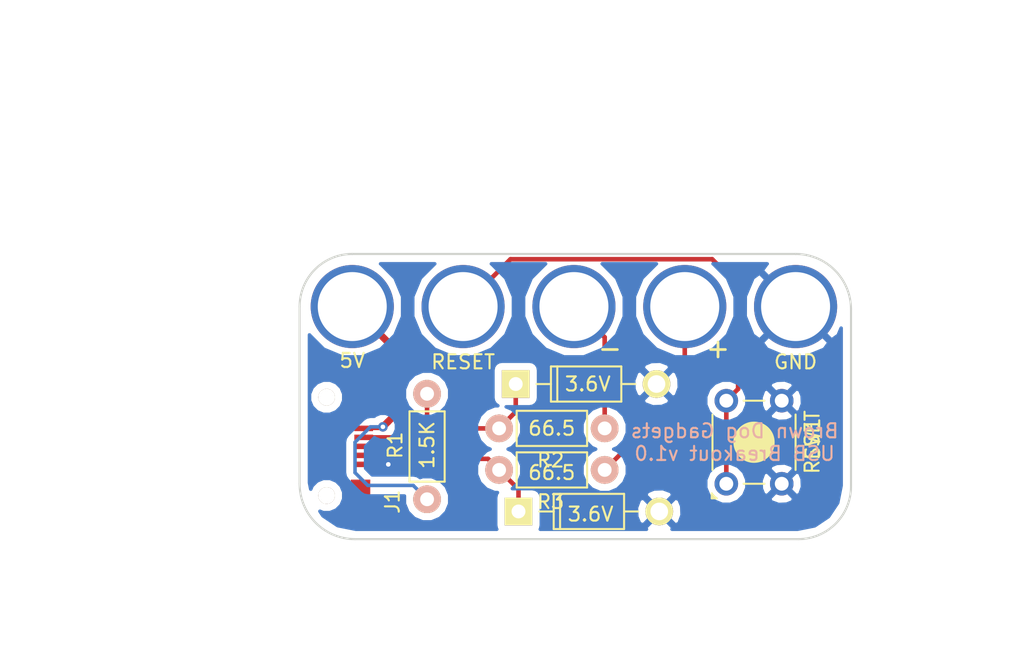
<source format=kicad_pcb>
(kicad_pcb (version 4) (host pcbnew 4.0.4+e1-6308~48~ubuntu14.04.1-stable)

  (general
    (links 16)
    (no_connects 0)
    (area 104.572999 74.854999 178.510001 123.265001)
    (thickness 1.6)
    (drawings 47)
    (tracks 37)
    (zones 0)
    (modules 12)
    (nets 8)
  )

  (page USLetter)
  (title_block
    (company "All Rights Reserved")
    (comment 1 help@browndoggadgets.com)
    (comment 2 http://www.browndoggadgets.com/)
    (comment 3 "Company: Brown Dog Gadgets")
  )

  (layers
    (0 F.Cu signal)
    (31 B.Cu signal)
    (34 B.Paste user)
    (35 F.Paste user)
    (36 B.SilkS user)
    (37 F.SilkS user)
    (38 B.Mask user)
    (39 F.Mask user)
    (44 Edge.Cuts user)
    (46 B.CrtYd user)
    (47 F.CrtYd user)
    (48 B.Fab user)
    (49 F.Fab user)
  )

  (setup
    (last_trace_width 0.254)
    (user_trace_width 0.1524)
    (user_trace_width 0.254)
    (user_trace_width 0.3302)
    (user_trace_width 0.508)
    (user_trace_width 0.762)
    (user_trace_width 1.27)
    (trace_clearance 0.254)
    (zone_clearance 0.508)
    (zone_45_only no)
    (trace_min 0.1524)
    (segment_width 0.1524)
    (edge_width 0.1524)
    (via_size 0.6858)
    (via_drill 0.3302)
    (via_min_size 0.6858)
    (via_min_drill 0.3302)
    (user_via 0.6858 0.3302)
    (user_via 0.762 0.4064)
    (user_via 0.8636 0.508)
    (uvia_size 0.6858)
    (uvia_drill 0.3302)
    (uvias_allowed no)
    (uvia_min_size 0)
    (uvia_min_drill 0)
    (pcb_text_width 0.1524)
    (pcb_text_size 1.016 1.016)
    (mod_edge_width 0.1524)
    (mod_text_size 1.016 1.016)
    (mod_text_width 0.1524)
    (pad_size 1.524 1.524)
    (pad_drill 0.762)
    (pad_to_mask_clearance 0.0762)
    (solder_mask_min_width 0.1016)
    (pad_to_paste_clearance -0.0762)
    (aux_axis_origin 0 0)
    (grid_origin 130 97)
    (visible_elements FFFEDF7D)
    (pcbplotparams
      (layerselection 0x310fc_80000001)
      (usegerberextensions true)
      (excludeedgelayer true)
      (linewidth 0.100000)
      (plotframeref false)
      (viasonmask false)
      (mode 1)
      (useauxorigin false)
      (hpglpennumber 1)
      (hpglpenspeed 20)
      (hpglpendiameter 15)
      (hpglpenoverlay 2)
      (psnegative false)
      (psa4output false)
      (plotreference true)
      (plotvalue true)
      (plotinvisibletext false)
      (padsonsilk false)
      (subtractmaskfromsilk false)
      (outputformat 1)
      (mirror false)
      (drillshape 0)
      (scaleselection 1)
      (outputdirectory gerbers))
  )

  (net 0 "")
  (net 1 GND)
  (net 2 "Net-(D1-Pad1)")
  (net 3 "Net-(D2-Pad1)")
  (net 4 VUSB)
  (net 5 /DM)
  (net 6 /DP)
  (net 7 /RESET)

  (net_class Default "This is the default net class."
    (clearance 0.254)
    (trace_width 0.254)
    (via_dia 0.6858)
    (via_drill 0.3302)
    (uvia_dia 0.6858)
    (uvia_drill 0.3302)
    (add_net /DM)
    (add_net /DP)
    (add_net /RESET)
    (add_net GND)
    (add_net "Net-(D1-Pad1)")
    (add_net "Net-(D2-Pad1)")
    (add_net VUSB)
  )

  (module Rewire_NonLego:CONN-USB-MICRO-B-AMPHENOL-10118193-0001LF (layer F.Cu) (tedit 581569FC) (tstamp 58332E83)
    (at 128.15 107.1 270)
    (descr "Micro USB Type B 10103594-0001LF")
    (tags "USB USB_B USB_micro USB_OTG")
    (path /58331EEE)
    (attr smd)
    (fp_text reference J1 (at 0 -1.25 270) (layer F.Fab)
      (effects (font (size 2.032 2.032) (thickness 0.254)))
    )
    (fp_text value USB-MICRO (at -0.25 0.25 270) (layer F.Fab) hide
      (effects (font (size 1 1) (thickness 0.15)))
    )
    (fp_text user %R (at 4 -4.75 270) (layer F.SilkS)
      (effects (font (size 1 1) (thickness 0.15)))
    )
    (fp_line (start -5 1.5) (end -5 -3.75) (layer F.Fab) (width 0.05))
    (fp_line (start 5 1.5) (end -5 1.5) (layer F.Fab) (width 0.05))
    (fp_line (start 5 -3.75) (end 5 1.5) (layer F.Fab) (width 0.05))
    (fp_line (start -5 -3.75) (end 5 -3.75) (layer F.Fab) (width 0.05))
    (fp_line (start 5.0546 1.524) (end -5.08 1.524) (layer F.CrtYd) (width 0.05))
    (fp_line (start -5.08 -3.8608) (end -5.08 1.524) (layer F.CrtYd) (width 0.05))
    (fp_line (start 5.08 -3.8608) (end 5.08 1.524) (layer F.CrtYd) (width 0.05))
    (fp_line (start 5.08 -3.8862) (end -5.0546 -3.8862) (layer F.CrtYd) (width 0.05))
    (pad 1 smd rect (at -1.3 -2.675) (size 1.35 0.4) (layers F.Cu F.Paste F.Mask)
      (net 4 VUSB))
    (pad 2 smd rect (at -0.65 -2.675) (size 1.35 0.4) (layers F.Cu F.Paste F.Mask)
      (net 2 "Net-(D1-Pad1)"))
    (pad 3 smd rect (at -0.0009 -2.675) (size 1.35 0.4) (layers F.Cu F.Paste F.Mask)
      (net 3 "Net-(D2-Pad1)"))
    (pad 4 smd rect (at 0.65 -2.675) (size 1.35 0.4) (layers F.Cu F.Paste F.Mask))
    (pad 5 smd rect (at 1.3 -2.675) (size 1.35 0.4) (layers F.Cu F.Paste F.Mask)
      (net 1 GND))
    (pad 6 smd rect (at -3.2 -2.45) (size 1.4 1.6) (layers F.Cu F.Paste F.Mask))
    (pad 6 thru_hole circle (at -3.55 0) (size 1.2 1.2) (drill 1.2) (layers *.Cu *.Mask F.SilkS))
    (pad 6 smd rect (at -1.2 0) (size 1.9 1.9) (layers F.Cu F.Paste F.Mask))
    (pad 6 smd rect (at 1.2 0) (size 1.9 1.9) (layers F.Cu F.Paste F.Mask))
    (pad 6 smd rect (at 3.2 -2.45) (size 1.4 1.6) (layers F.Cu F.Paste F.Mask))
    (pad 6 thru_hole circle (at 3.55 0) (size 1.2 1.2) (drill 1.2) (layers *.Cu *.Mask F.SilkS))
  )

  (module Rewire_NonLego:RES-CARBONFILM-7MM (layer F.Cu) (tedit 58157667) (tstamp 58332E89)
    (at 135.4 110.92 90)
    (descr "Resistor, Axial,  RM 7.62mm, 1/3W,")
    (tags "Resistor Axial RM 7.62mm 1/3W R3")
    (path /5833CD1D)
    (fp_text reference R1 (at 3.8 0 90) (layer F.Fab)
      (effects (font (size 1 1) (thickness 0.15)))
    )
    (fp_text value 1.5K (at 3.81 3.81 90) (layer F.Fab) hide
      (effects (font (size 1 1) (thickness 0.15)))
    )
    (fp_text user %R (at 3.9 -2.3 90) (layer F.SilkS)
      (effects (font (size 1 1) (thickness 0.15)))
    )
    (fp_line (start 8.9 -1.5) (end -1.3 -1.5) (layer F.Fab) (width 0.0508))
    (fp_line (start 8.9 1.5) (end 8.9 -1.5) (layer F.Fab) (width 0.0508))
    (fp_line (start 8.8 1.5) (end 8.9 1.5) (layer F.Fab) (width 0.0508))
    (fp_line (start -1.3 1.5) (end 8.8 1.5) (layer F.Fab) (width 0.0508))
    (fp_line (start -1.3 -1.5) (end -1.3 1.5) (layer F.Fab) (width 0.0508))
    (fp_line (start -1.25 -1.5) (end 8.85 -1.5) (layer F.CrtYd) (width 0.05))
    (fp_line (start -1.25 1.5) (end -1.25 -1.5) (layer F.CrtYd) (width 0.05))
    (fp_line (start 8.85 -1.5) (end 8.85 1.5) (layer F.CrtYd) (width 0.05))
    (fp_line (start -1.25 1.5) (end 8.85 1.5) (layer F.CrtYd) (width 0.05))
    (fp_line (start 1.27 -1.27) (end 6.35 -1.27) (layer F.SilkS) (width 0.15))
    (fp_line (start 6.35 -1.27) (end 6.35 1.27) (layer F.SilkS) (width 0.15))
    (fp_line (start 6.35 1.27) (end 1.27 1.27) (layer F.SilkS) (width 0.15))
    (fp_line (start 1.27 1.27) (end 1.27 -1.27) (layer F.SilkS) (width 0.15))
    (pad 1 thru_hole circle (at 0 0 90) (size 1.99898 1.99898) (drill 1.00076) (layers *.Cu *.SilkS *.Mask)
      (net 4 VUSB))
    (pad 2 thru_hole circle (at 7.62 0 90) (size 1.99898 1.99898) (drill 1.00076) (layers *.Cu *.SilkS *.Mask)
      (net 2 "Net-(D1-Pad1)"))
  )

  (module Rewire_NonLego:RES-CARBONFILM-7MM (layer F.Cu) (tedit 58157667) (tstamp 58332E8F)
    (at 148.22 105.8 180)
    (descr "Resistor, Axial,  RM 7.62mm, 1/3W,")
    (tags "Resistor Axial RM 7.62mm 1/3W R3")
    (path /5833C9E5)
    (fp_text reference R2 (at 3.8 0 180) (layer F.Fab)
      (effects (font (size 1 1) (thickness 0.15)))
    )
    (fp_text value 66.5 (at 3.81 3.81 180) (layer F.Fab) hide
      (effects (font (size 1 1) (thickness 0.15)))
    )
    (fp_text user %R (at 3.9 -2.3 180) (layer F.SilkS)
      (effects (font (size 1 1) (thickness 0.15)))
    )
    (fp_line (start 8.9 -1.5) (end -1.3 -1.5) (layer F.Fab) (width 0.0508))
    (fp_line (start 8.9 1.5) (end 8.9 -1.5) (layer F.Fab) (width 0.0508))
    (fp_line (start 8.8 1.5) (end 8.9 1.5) (layer F.Fab) (width 0.0508))
    (fp_line (start -1.3 1.5) (end 8.8 1.5) (layer F.Fab) (width 0.0508))
    (fp_line (start -1.3 -1.5) (end -1.3 1.5) (layer F.Fab) (width 0.0508))
    (fp_line (start -1.25 -1.5) (end 8.85 -1.5) (layer F.CrtYd) (width 0.05))
    (fp_line (start -1.25 1.5) (end -1.25 -1.5) (layer F.CrtYd) (width 0.05))
    (fp_line (start 8.85 -1.5) (end 8.85 1.5) (layer F.CrtYd) (width 0.05))
    (fp_line (start -1.25 1.5) (end 8.85 1.5) (layer F.CrtYd) (width 0.05))
    (fp_line (start 1.27 -1.27) (end 6.35 -1.27) (layer F.SilkS) (width 0.15))
    (fp_line (start 6.35 -1.27) (end 6.35 1.27) (layer F.SilkS) (width 0.15))
    (fp_line (start 6.35 1.27) (end 1.27 1.27) (layer F.SilkS) (width 0.15))
    (fp_line (start 1.27 1.27) (end 1.27 -1.27) (layer F.SilkS) (width 0.15))
    (pad 1 thru_hole circle (at 0 0 180) (size 1.99898 1.99898) (drill 1.00076) (layers *.Cu *.SilkS *.Mask)
      (net 5 /DM))
    (pad 2 thru_hole circle (at 7.62 0 180) (size 1.99898 1.99898) (drill 1.00076) (layers *.Cu *.SilkS *.Mask)
      (net 2 "Net-(D1-Pad1)"))
  )

  (module Rewire_NonLego:RES-CARBONFILM-7MM (layer F.Cu) (tedit 58157667) (tstamp 58332E95)
    (at 148.22 108.8 180)
    (descr "Resistor, Axial,  RM 7.62mm, 1/3W,")
    (tags "Resistor Axial RM 7.62mm 1/3W R3")
    (path /5833CBCE)
    (fp_text reference R3 (at 3.8 0 180) (layer F.Fab)
      (effects (font (size 1 1) (thickness 0.15)))
    )
    (fp_text value 66.5 (at 3.81 3.81 180) (layer F.Fab) hide
      (effects (font (size 1 1) (thickness 0.15)))
    )
    (fp_text user %R (at 3.9 -2.3 180) (layer F.SilkS)
      (effects (font (size 1 1) (thickness 0.15)))
    )
    (fp_line (start 8.9 -1.5) (end -1.3 -1.5) (layer F.Fab) (width 0.0508))
    (fp_line (start 8.9 1.5) (end 8.9 -1.5) (layer F.Fab) (width 0.0508))
    (fp_line (start 8.8 1.5) (end 8.9 1.5) (layer F.Fab) (width 0.0508))
    (fp_line (start -1.3 1.5) (end 8.8 1.5) (layer F.Fab) (width 0.0508))
    (fp_line (start -1.3 -1.5) (end -1.3 1.5) (layer F.Fab) (width 0.0508))
    (fp_line (start -1.25 -1.5) (end 8.85 -1.5) (layer F.CrtYd) (width 0.05))
    (fp_line (start -1.25 1.5) (end -1.25 -1.5) (layer F.CrtYd) (width 0.05))
    (fp_line (start 8.85 -1.5) (end 8.85 1.5) (layer F.CrtYd) (width 0.05))
    (fp_line (start -1.25 1.5) (end 8.85 1.5) (layer F.CrtYd) (width 0.05))
    (fp_line (start 1.27 -1.27) (end 6.35 -1.27) (layer F.SilkS) (width 0.15))
    (fp_line (start 6.35 -1.27) (end 6.35 1.27) (layer F.SilkS) (width 0.15))
    (fp_line (start 6.35 1.27) (end 1.27 1.27) (layer F.SilkS) (width 0.15))
    (fp_line (start 1.27 1.27) (end 1.27 -1.27) (layer F.SilkS) (width 0.15))
    (pad 1 thru_hole circle (at 0 0 180) (size 1.99898 1.99898) (drill 1.00076) (layers *.Cu *.SilkS *.Mask)
      (net 6 /DP))
    (pad 2 thru_hole circle (at 7.62 0 180) (size 1.99898 1.99898) (drill 1.00076) (layers *.Cu *.SilkS *.Mask)
      (net 3 "Net-(D2-Pad1)"))
  )

  (module Rewire_NonLego:SWITCH-OMRON-MOMENTARY-TH-B3F-10XX (layer F.Cu) (tedit 57C4CEE6) (tstamp 58332E9D)
    (at 157 109.8 90)
    (descr SWITCH-OMRON-MOMENTARY-TH-B3F-10XX)
    (tags "Omron B3F-10xx")
    (path /5833D15A)
    (fp_text reference SW1 (at 3 2 90) (layer F.Fab)
      (effects (font (size 1 1) (thickness 0.15)))
    )
    (fp_text value RESET (at 3.25 2 90) (layer F.Fab) hide
      (effects (font (size 1 1) (thickness 0.15)))
    )
    (fp_text user %R (at 3.25 6.25 90) (layer F.SilkS)
      (effects (font (size 1 1) (thickness 0.15)))
    )
    (fp_line (start 7 5) (end 7 -1) (layer F.Fab) (width 0.05))
    (fp_line (start -1 5) (end 7 5) (layer F.Fab) (width 0.05))
    (fp_line (start -1 -1) (end -1 5) (layer F.Fab) (width 0.05))
    (fp_line (start 7 -1) (end -1 -1) (layer F.Fab) (width 0.05))
    (fp_line (start -0.95 -1) (end -0.95 -0.9) (layer F.SilkS) (width 0.15))
    (fp_line (start -1.05 -1.05) (end -0.7 -1.05) (layer F.SilkS) (width 0.15))
    (fp_arc (start 0 0) (end -1.05 -0.7) (angle 22.61986495) (layer F.SilkS) (width 0.15))
    (fp_line (start -1.05 -1.05) (end -1.05 -0.7) (layer F.SilkS) (width 0.15))
    (fp_line (start 7.15 -1.15) (end 0.45 -1.15) (layer F.CrtYd) (width 0.05))
    (fp_line (start 7.15 5.15) (end 7.15 -1.15) (layer F.CrtYd) (width 0.05))
    (fp_line (start -1.15 5.15) (end 7.15 5.15) (layer F.CrtYd) (width 0.05))
    (fp_line (start -1.15 0) (end -1.15 5.15) (layer F.CrtYd) (width 0.05))
    (fp_line (start -1.15 -1.15) (end 0.45 -1.15) (layer F.CrtYd) (width 0.05))
    (fp_line (start -1.15 0) (end -1.15 -1.15) (layer F.CrtYd) (width 0.05))
    (fp_circle (center 3 2) (end 4 3) (layer F.SilkS) (width 0.15))
    (fp_line (start 1 5) (end 5 5) (layer F.SilkS) (width 0.15))
    (fp_line (start 1 -1) (end 5 -1) (layer F.SilkS) (width 0.15))
    (fp_line (start 0 2.75) (end 0 1.25) (layer F.SilkS) (width 0.15))
    (fp_line (start 6 1.25) (end 6 2.75) (layer F.SilkS) (width 0.15))
    (fp_line (start 0 2) (end 0 2) (layer F.SilkS) (width 0))
    (fp_line (start 5 5) (end 1 5) (layer F.SilkS) (width 0))
    (fp_line (start 5 -1) (end 1 -1) (layer F.SilkS) (width 0))
    (fp_line (start 6 2) (end 6 2) (layer F.SilkS) (width 0))
    (fp_circle (center 3 2) (end 4 3) (layer F.SilkS) (width 0))
    (pad 4 thru_hole circle (at 6 4 90) (size 1.7 1.7) (drill 1) (layers *.Cu *.Mask)
      (net 1 GND))
    (pad 3 thru_hole circle (at 0 4 90) (size 1.7 1.7) (drill 1) (layers *.Cu *.Mask)
      (net 1 GND))
    (pad 2 thru_hole circle (at 6 0 90) (size 1.7 1.7) (drill 1) (layers *.Cu *.Mask)
      (net 7 /RESET))
    (pad 1 thru_hole circle (at 0 0 90) (size 1.7 1.7) (drill 1) (layers *.Cu *.Mask)
      (net 7 /RESET))
  )

  (module Rewire_Circuits:STANDALONE-LEGO-HOLE-PLATED (layer F.Cu) (tedit 58333451) (tstamp 58332EA2)
    (at 130 97)
    (descr "2.54mm pitch through hole polarized 1x2")
    (path /5833325D)
    (fp_text reference W1 (at 4.05 3.5) (layer F.SilkS) hide
      (effects (font (size 1 1) (thickness 0.15)))
    )
    (fp_text value TEST_1P (at 0.3 3.9) (layer F.Fab) hide
      (effects (font (size 1 1) (thickness 0.15)))
    )
    (fp_circle (center 0 0) (end 2.45 1.7) (layer F.Fab) (width 0.04064))
    (pad 1 thru_hole circle (at 0 0) (size 6 6) (drill 4.98) (layers *.Cu *.Mask)
      (net 4 VUSB))
  )

  (module Rewire_Circuits:STANDALONE-LEGO-HOLE-PLATED (layer F.Cu) (tedit 58333451) (tstamp 58332EA7)
    (at 146 97)
    (descr "2.54mm pitch through hole polarized 1x2")
    (path /58333319)
    (fp_text reference W2 (at 4.05 3.5) (layer F.SilkS) hide
      (effects (font (size 1 1) (thickness 0.15)))
    )
    (fp_text value TEST_1P (at 0.3 3.9) (layer F.Fab) hide
      (effects (font (size 1 1) (thickness 0.15)))
    )
    (fp_circle (center 0 0) (end 2.45 1.7) (layer F.Fab) (width 0.04064))
    (pad 1 thru_hole circle (at 0 0) (size 6 6) (drill 4.98) (layers *.Cu *.Mask)
      (net 5 /DM))
  )

  (module Rewire_Circuits:STANDALONE-LEGO-HOLE-PLATED (layer F.Cu) (tedit 58333451) (tstamp 58332EAC)
    (at 154 97)
    (descr "2.54mm pitch through hole polarized 1x2")
    (path /58333352)
    (fp_text reference W3 (at 4.05 3.5) (layer F.SilkS) hide
      (effects (font (size 1 1) (thickness 0.15)))
    )
    (fp_text value TEST_1P (at 0.3 3.9) (layer F.Fab) hide
      (effects (font (size 1 1) (thickness 0.15)))
    )
    (fp_circle (center 0 0) (end 2.45 1.7) (layer F.Fab) (width 0.04064))
    (pad 1 thru_hole circle (at 0 0) (size 6 6) (drill 4.98) (layers *.Cu *.Mask)
      (net 6 /DP))
  )

  (module Rewire_Circuits:STANDALONE-LEGO-HOLE-PLATED (layer F.Cu) (tedit 58333451) (tstamp 58332EB1)
    (at 138 97)
    (descr "2.54mm pitch through hole polarized 1x2")
    (path /58333384)
    (fp_text reference W4 (at 4.05 3.5) (layer F.SilkS) hide
      (effects (font (size 1 1) (thickness 0.15)))
    )
    (fp_text value TEST_1P (at 0.3 3.9) (layer F.Fab) hide
      (effects (font (size 1 1) (thickness 0.15)))
    )
    (fp_circle (center 0 0) (end 2.45 1.7) (layer F.Fab) (width 0.04064))
    (pad 1 thru_hole circle (at 0 0) (size 6 6) (drill 4.98) (layers *.Cu *.Mask)
      (net 7 /RESET))
  )

  (module Rewire_Circuits:STANDALONE-LEGO-HOLE-PLATED (layer F.Cu) (tedit 58333451) (tstamp 58332EB6)
    (at 162 97)
    (descr "2.54mm pitch through hole polarized 1x2")
    (path /583333BD)
    (fp_text reference W5 (at 4.05 3.5) (layer F.SilkS) hide
      (effects (font (size 1 1) (thickness 0.15)))
    )
    (fp_text value TEST_1P (at 0.3 3.9) (layer F.Fab) hide
      (effects (font (size 1 1) (thickness 0.15)))
    )
    (fp_circle (center 0 0) (end 2.45 1.7) (layer F.Fab) (width 0.04064))
    (pad 1 thru_hole circle (at 0 0) (size 6 6) (drill 4.98) (layers *.Cu *.Mask)
      (net 1 GND))
  )

  (module Rewire_NonLego:DIODE-DO-41 (layer F.Cu) (tedit 58333358) (tstamp 58332E6E)
    (at 141.8 102.59746)
    (descr "Diode, DO-41, SOD81, Horizontal, RM 10mm,")
    (tags "Diode, DO-41, SOD81, Horizontal, RM 10mm, 1N4007, SB140,")
    (path /58331F64)
    (fp_text reference D1 (at 5.25 0) (layer F.Fab)
      (effects (font (size 2.032 2.032) (thickness 0.254)))
    )
    (fp_text value 3.6V (at 4.37134 -3.55854) (layer F.Fab) hide
      (effects (font (size 1 1) (thickness 0.15)))
    )
    (fp_line (start 11.5 -1.75) (end 11.75 -1.75) (layer F.CrtYd) (width 0.0508))
    (fp_line (start -1.5 -1.75) (end 11.5 -1.75) (layer F.CrtYd) (width 0.0508))
    (fp_line (start -1.5 1.75) (end -1.5 -1.75) (layer F.CrtYd) (width 0.0508))
    (fp_line (start 11.75 1.75) (end -1.5 1.75) (layer F.CrtYd) (width 0.0508))
    (fp_line (start 11.75 -1.75) (end 11.75 1.75) (layer F.CrtYd) (width 0.0508))
    (fp_text user %R (at -3.0861 -0.00254) (layer F.SilkS) hide
      (effects (font (size 1 1) (thickness 0.15)))
    )
    (fp_line (start -1.5 -1.75) (end -1.5 -1.5) (layer F.Fab) (width 0.0508))
    (fp_line (start 11.75 -1.75) (end -1.5 -1.75) (layer F.Fab) (width 0.0508))
    (fp_line (start 11.75 1.75) (end 11.75 -1.75) (layer F.Fab) (width 0.0508))
    (fp_line (start 11.5 1.75) (end 11.75 1.75) (layer F.Fab) (width 0.0508))
    (fp_line (start -1.5 1.75) (end 11.5 1.75) (layer F.Fab) (width 0.0508))
    (fp_line (start -1.5 -1.5) (end -1.5 1.75) (layer F.Fab) (width 0.0508))
    (fp_line (start 7.62 -0.00254) (end 8.636 -0.00254) (layer F.SilkS) (width 0.15))
    (fp_line (start 2.55 0) (end 1.5 0) (layer F.SilkS) (width 0.15))
    (fp_line (start 3 -1.27254) (end 3 1.26746) (layer F.SilkS) (width 0.15))
    (fp_line (start 2.54 1.26746) (end 2.54 -1.27254) (layer F.SilkS) (width 0.15))
    (fp_line (start 2.54 -1.27254) (end 7.62 -1.27254) (layer F.SilkS) (width 0.15))
    (fp_line (start 7.62 -1.27254) (end 7.62 1.26746) (layer F.SilkS) (width 0.15))
    (fp_line (start 7.62 1.26746) (end 2.54 1.26746) (layer F.SilkS) (width 0.15))
    (fp_line (start -0.5 -1.75) (end -0.5 1.75) (layer F.Fab) (width 0.0508))
    (pad 2 thru_hole circle (at 10.16 -0.00254 180) (size 1.99898 1.99898) (drill 1.27) (layers *.Cu *.Mask F.SilkS)
      (net 1 GND))
    (pad 1 thru_hole rect (at 0 -0.00254 180) (size 1.99898 1.99898) (drill 1.00076) (layers *.Cu *.Mask F.SilkS)
      (net 2 "Net-(D1-Pad1)"))
  )

  (module Rewire_NonLego:DIODE-DO-41 (layer F.Cu) (tedit 58333358) (tstamp 58332E74)
    (at 142 111.80254)
    (descr "Diode, DO-41, SOD81, Horizontal, RM 10mm,")
    (tags "Diode, DO-41, SOD81, Horizontal, RM 10mm, 1N4007, SB140,")
    (path /58331FE7)
    (fp_text reference D2 (at 5.25 0) (layer F.Fab)
      (effects (font (size 2.032 2.032) (thickness 0.254)))
    )
    (fp_text value 3.6V (at 4.37134 -3.55854) (layer F.Fab) hide
      (effects (font (size 1 1) (thickness 0.15)))
    )
    (fp_line (start 11.5 -1.75) (end 11.75 -1.75) (layer F.CrtYd) (width 0.0508))
    (fp_line (start -1.5 -1.75) (end 11.5 -1.75) (layer F.CrtYd) (width 0.0508))
    (fp_line (start -1.5 1.75) (end -1.5 -1.75) (layer F.CrtYd) (width 0.0508))
    (fp_line (start 11.75 1.75) (end -1.5 1.75) (layer F.CrtYd) (width 0.0508))
    (fp_line (start 11.75 -1.75) (end 11.75 1.75) (layer F.CrtYd) (width 0.0508))
    (fp_text user %R (at -3.0861 -0.00254) (layer F.SilkS) hide
      (effects (font (size 1 1) (thickness 0.15)))
    )
    (fp_line (start -1.5 -1.75) (end -1.5 -1.5) (layer F.Fab) (width 0.0508))
    (fp_line (start 11.75 -1.75) (end -1.5 -1.75) (layer F.Fab) (width 0.0508))
    (fp_line (start 11.75 1.75) (end 11.75 -1.75) (layer F.Fab) (width 0.0508))
    (fp_line (start 11.5 1.75) (end 11.75 1.75) (layer F.Fab) (width 0.0508))
    (fp_line (start -1.5 1.75) (end 11.5 1.75) (layer F.Fab) (width 0.0508))
    (fp_line (start -1.5 -1.5) (end -1.5 1.75) (layer F.Fab) (width 0.0508))
    (fp_line (start 7.62 -0.00254) (end 8.636 -0.00254) (layer F.SilkS) (width 0.15))
    (fp_line (start 2.55 0) (end 1.5 0) (layer F.SilkS) (width 0.15))
    (fp_line (start 3 -1.27254) (end 3 1.26746) (layer F.SilkS) (width 0.15))
    (fp_line (start 2.54 1.26746) (end 2.54 -1.27254) (layer F.SilkS) (width 0.15))
    (fp_line (start 2.54 -1.27254) (end 7.62 -1.27254) (layer F.SilkS) (width 0.15))
    (fp_line (start 7.62 -1.27254) (end 7.62 1.26746) (layer F.SilkS) (width 0.15))
    (fp_line (start 7.62 1.26746) (end 2.54 1.26746) (layer F.SilkS) (width 0.15))
    (fp_line (start -0.5 -1.75) (end -0.5 1.75) (layer F.Fab) (width 0.0508))
    (pad 2 thru_hole circle (at 10.16 -0.00254 180) (size 1.99898 1.99898) (drill 1.27) (layers *.Cu *.Mask F.SilkS)
      (net 1 GND))
    (pad 1 thru_hole rect (at 0 -0.00254 180) (size 1.99898 1.99898) (drill 1.00076) (layers *.Cu *.Mask F.SilkS)
      (net 3 "Net-(D2-Pad1)"))
  )

  (gr_text "Brown Dog Gadgets\n11/20/16" (at 165.8 116.2) (layer F.Fab) (tstamp 5833372E)
    (effects (font (size 1.016 1.016) (thickness 0.1524)) (justify right))
  )
  (gr_text "Rewire Circuits\nUSB Breakout v1.0\n" (at 165.8 90.4) (layer F.Fab)
    (effects (font (size 1.016 1.016) (thickness 0.1524)) (justify right))
  )
  (gr_text "Brown Dog Gadgets\nUSB Breakout v1.0" (at 157.6 106.8) (layer B.SilkS)
    (effects (font (size 1.016 1.016) (thickness 0.1524)) (justify mirror))
  )
  (gr_text + (at 156.4 100) (layer F.SilkS) (tstamp 583336B3)
    (effects (font (size 1.4 1.4) (thickness 0.2)))
  )
  (gr_text - (at 148.6 100) (layer F.SilkS) (tstamp 583336A4)
    (effects (font (size 1.4 1.4) (thickness 0.2)))
  )
  (gr_text GND (at 162 101) (layer F.SilkS) (tstamp 5833369C)
    (effects (font (size 1.016 1.016) (thickness 0.1524)))
  )
  (gr_text RESET (at 138 101) (layer F.SilkS) (tstamp 58333699)
    (effects (font (size 1.016 1.016) (thickness 0.1524)))
  )
  (gr_text 5V (at 130 100.9) (layer F.SilkS)
    (effects (font (size 1.016 1.016) (thickness 0.1524)))
  )
  (gr_line (start 166 110) (end 166 97.2) (layer F.Fab) (width 0.1524))
  (gr_line (start 126.2 97) (end 126.2 109.8) (layer F.Fab) (width 0.1524))
  (gr_arc (start 130.2 109.8) (end 130.2 113.8) (angle 90) (layer F.Fab) (width 0.1524) (tstamp 58333619))
  (gr_line (start 130.2 113.8) (end 162.2 113.8) (layer F.Fab) (width 0.1524) (tstamp 58333618))
  (gr_arc (start 162.2 110) (end 166 110) (angle 90) (layer F.Fab) (width 0.1524) (tstamp 58333617))
  (gr_arc (start 130 97) (end 126.2 97) (angle 90) (layer F.Fab) (width 0.1524) (tstamp 583335F3))
  (gr_line (start 162 93.2) (end 130 93.2) (layer F.Fab) (width 0.1524))
  (gr_arc (start 162 97.2) (end 162 93.2) (angle 90) (layer F.Fab) (width 0.1524))
  (gr_line (start 166 110) (end 166 97.2) (layer Edge.Cuts) (width 0.1524))
  (gr_line (start 126.2 97) (end 126.2 109.8) (layer Edge.Cuts) (width 0.1524))
  (gr_arc (start 130.2 109.8) (end 130.2 113.8) (angle 90) (layer Edge.Cuts) (width 0.1524) (tstamp 58333619))
  (gr_line (start 130.2 113.8) (end 162.2 113.8) (layer Edge.Cuts) (width 0.1524) (tstamp 58333618))
  (gr_arc (start 162.2 110) (end 166 110) (angle 90) (layer Edge.Cuts) (width 0.1524) (tstamp 58333617))
  (gr_arc (start 130 97) (end 126.2 97) (angle 90) (layer Edge.Cuts) (width 0.1524) (tstamp 583335F3))
  (gr_line (start 162 93.2) (end 130 93.2) (layer Edge.Cuts) (width 0.1524))
  (gr_arc (start 162 97.2) (end 162 93.2) (angle 90) (layer Edge.Cuts) (width 0.1524))
  (gr_text 1.5K (at 135.4 107 90) (layer F.SilkS) (tstamp 58333593)
    (effects (font (size 1.016 1.016) (thickness 0.1524)))
  )
  (gr_text "RESET\n" (at 163.2 106.8 90) (layer F.SilkS) (tstamp 58333546)
    (effects (font (size 1.016 1.016) (thickness 0.1524)))
  )
  (gr_text "3.6V\n" (at 147.2 112) (layer F.SilkS) (tstamp 58333545)
    (effects (font (size 1.016 1.016) (thickness 0.1524)))
  )
  (gr_text "3.6V\n" (at 147 102.6) (layer F.SilkS) (tstamp 58333540)
    (effects (font (size 1.016 1.016) (thickness 0.1524)))
  )
  (gr_text 66.5 (at 144.4 109) (layer F.SilkS) (tstamp 5833353F)
    (effects (font (size 1.016 1.016) (thickness 0.1524)))
  )
  (gr_text 66.5 (at 144.4 105.8) (layer F.SilkS)
    (effects (font (size 1.016 1.016) (thickness 0.1524)))
  )
  (gr_circle (center 117.348 76.962) (end 118.618 76.962) (layer Dwgs.User) (width 0.15))
  (gr_line (start 114.427 78.994) (end 114.427 74.93) (angle 90) (layer Dwgs.User) (width 0.15))
  (gr_line (start 120.269 78.994) (end 114.427 78.994) (angle 90) (layer Dwgs.User) (width 0.15))
  (gr_line (start 120.269 74.93) (end 120.269 78.994) (angle 90) (layer Dwgs.User) (width 0.15))
  (gr_line (start 114.427 74.93) (end 120.269 74.93) (angle 90) (layer Dwgs.User) (width 0.15))
  (gr_line (start 120.523 93.98) (end 104.648 93.98) (angle 90) (layer Dwgs.User) (width 0.15))
  (gr_line (start 173.355 102.235) (end 173.355 94.615) (angle 90) (layer Dwgs.User) (width 0.15))
  (gr_line (start 178.435 102.235) (end 173.355 102.235) (angle 90) (layer Dwgs.User) (width 0.15))
  (gr_line (start 178.435 94.615) (end 178.435 102.235) (angle 90) (layer Dwgs.User) (width 0.15))
  (gr_line (start 173.355 94.615) (end 178.435 94.615) (angle 90) (layer Dwgs.User) (width 0.15))
  (gr_line (start 109.093 123.19) (end 109.093 114.3) (angle 90) (layer Dwgs.User) (width 0.15))
  (gr_line (start 122.428 123.19) (end 109.093 123.19) (angle 90) (layer Dwgs.User) (width 0.15))
  (gr_line (start 122.428 114.3) (end 122.428 123.19) (angle 90) (layer Dwgs.User) (width 0.15))
  (gr_line (start 109.093 114.3) (end 122.428 114.3) (angle 90) (layer Dwgs.User) (width 0.15))
  (gr_line (start 104.648 93.98) (end 104.648 82.55) (angle 90) (layer Dwgs.User) (width 0.15))
  (gr_line (start 120.523 82.55) (end 120.523 93.98) (angle 90) (layer Dwgs.User) (width 0.15))
  (gr_line (start 104.648 82.55) (end 120.523 82.55) (angle 90) (layer Dwgs.User) (width 0.15))

  (segment (start 130.825 108.4) (end 132.6 108.4) (width 0.3302) (layer F.Cu) (net 1))
  (via (at 132.6 108.4) (size 0.6858) (drill 0.3302) (layers F.Cu B.Cu) (net 1))
  (segment (start 141.8 102.59492) (end 141.8 104.6) (width 0.3302) (layer F.Cu) (net 2))
  (segment (start 141.8 104.6) (end 140.6 105.8) (width 0.3302) (layer F.Cu) (net 2))
  (segment (start 135.4 103.3) (end 135.4 105.8) (width 0.3302) (layer F.Cu) (net 2))
  (segment (start 134.75 106.45) (end 135.4 105.8) (width 0.3302) (layer F.Cu) (net 2))
  (segment (start 135.4 105.8) (end 140.6 105.8) (width 0.3302) (layer F.Cu) (net 2))
  (segment (start 130.825 106.45) (end 134.75 106.45) (width 0.3302) (layer F.Cu) (net 2))
  (segment (start 142 111.8) (end 142 110.2) (width 0.3302) (layer F.Cu) (net 3))
  (segment (start 142 110.2) (end 140.6 108.8) (width 0.3302) (layer F.Cu) (net 3))
  (segment (start 130.825 107.0991) (end 134.4991 107.0991) (width 0.3302) (layer F.Cu) (net 3))
  (segment (start 134.4991 107.0991) (end 135.4 108) (width 0.3302) (layer F.Cu) (net 3))
  (segment (start 135.4 108) (end 139.8 108) (width 0.3302) (layer F.Cu) (net 3))
  (segment (start 139.8 108) (end 140.6 108.8) (width 0.3302) (layer F.Cu) (net 3))
  (segment (start 130.2 106.8) (end 131.31201 105.68799) (width 0.254) (layer B.Cu) (net 4))
  (segment (start 131.31201 105.68799) (end 132.211269 105.68799) (width 0.254) (layer B.Cu) (net 4))
  (segment (start 130.2 109) (end 130.2 106.8) (width 0.254) (layer B.Cu) (net 4))
  (segment (start 131.120511 109.920511) (end 130.2 109) (width 0.254) (layer B.Cu) (net 4))
  (segment (start 135.4 110.92) (end 134.400511 109.920511) (width 0.254) (layer B.Cu) (net 4))
  (segment (start 134.400511 109.920511) (end 131.120511 109.920511) (width 0.254) (layer B.Cu) (net 4))
  (segment (start 130 97) (end 132.999999 99.999999) (width 0.508) (layer F.Cu) (net 4))
  (segment (start 132.999999 99.999999) (end 132.999999 104.89926) (width 0.508) (layer F.Cu) (net 4))
  (segment (start 132.999999 104.89926) (end 132.554168 105.345091) (width 0.508) (layer F.Cu) (net 4))
  (segment (start 132.554168 105.345091) (end 132.211269 105.68799) (width 0.508) (layer F.Cu) (net 4))
  (segment (start 132.099259 105.8) (end 132.211269 105.68799) (width 0.254) (layer F.Cu) (net 4))
  (segment (start 130.825 105.8) (end 132.099259 105.8) (width 0.254) (layer F.Cu) (net 4))
  (via (at 132.211269 105.68799) (size 0.6858) (drill 0.3302) (layers F.Cu B.Cu) (net 4))
  (segment (start 148.22 105.8) (end 148.22 99.22) (width 0.3302) (layer F.Cu) (net 5))
  (segment (start 148.22 99.22) (end 146 97) (width 0.3302) (layer F.Cu) (net 5))
  (segment (start 154 97) (end 154 103.02) (width 0.3302) (layer F.Cu) (net 6))
  (segment (start 154 103.02) (end 148.22 108.8) (width 0.3302) (layer F.Cu) (net 6))
  (segment (start 157 103.8) (end 157 109.8) (width 0.3302) (layer F.Cu) (net 7))
  (segment (start 155.980899 93.580899) (end 157.849999 95.449999) (width 0.3302) (layer F.Cu) (net 7))
  (segment (start 157.849999 95.449999) (end 157.849999 102.950001) (width 0.3302) (layer F.Cu) (net 7))
  (segment (start 157.849999 102.950001) (end 157 103.8) (width 0.3302) (layer F.Cu) (net 7))
  (segment (start 138 97) (end 141.419101 93.580899) (width 0.3302) (layer F.Cu) (net 7))
  (segment (start 141.419101 93.580899) (end 155.980899 93.580899) (width 0.3302) (layer F.Cu) (net 7))

  (zone (net 1) (net_name GND) (layer B.Cu) (tstamp 0) (hatch edge 0.508)
    (connect_pads (clearance 0.508))
    (min_thickness 0.254)
    (fill yes (arc_segments 16) (thermal_gap 0.508) (thermal_bridge_width 0.508))
    (polygon
      (pts
        (xy 166 93.2) (xy 126 93) (xy 126 114) (xy 166 114)
      )
    )
    (filled_polygon
      (pts
        (xy 135.943628 93.9166) (xy 134.920194 94.938249) (xy 134.365632 96.273782) (xy 134.36437 97.719874) (xy 134.9166 99.056372)
        (xy 135.938249 100.079806) (xy 137.273782 100.634368) (xy 138.719874 100.63563) (xy 140.056372 100.0834) (xy 141.079806 99.061751)
        (xy 141.634368 97.726218) (xy 141.63563 96.280126) (xy 141.0834 94.943628) (xy 140.061751 93.920194) (xy 140.040091 93.9112)
        (xy 143.956697 93.9112) (xy 143.943628 93.9166) (xy 142.920194 94.938249) (xy 142.365632 96.273782) (xy 142.36437 97.719874)
        (xy 142.9166 99.056372) (xy 143.938249 100.079806) (xy 145.273782 100.634368) (xy 146.719874 100.63563) (xy 148.056372 100.0834)
        (xy 149.079806 99.061751) (xy 149.634368 97.726218) (xy 149.63563 96.280126) (xy 149.0834 94.943628) (xy 148.061751 93.920194)
        (xy 148.040091 93.9112) (xy 151.956697 93.9112) (xy 151.943628 93.9166) (xy 150.920194 94.938249) (xy 150.365632 96.273782)
        (xy 150.36437 97.719874) (xy 150.9166 99.056372) (xy 151.938249 100.079806) (xy 153.273782 100.634368) (xy 154.719874 100.63563)
        (xy 156.056372 100.0834) (xy 156.543992 99.59663) (xy 159.582975 99.59663) (xy 159.925566 100.071277) (xy 161.2588 100.631342)
        (xy 162.704875 100.638568) (xy 164.043639 100.091854) (xy 164.074434 100.071277) (xy 164.417025 99.59663) (xy 162 97.179605)
        (xy 159.582975 99.59663) (xy 156.543992 99.59663) (xy 157.079806 99.061751) (xy 157.634368 97.726218) (xy 157.634386 97.704875)
        (xy 158.361432 97.704875) (xy 158.908146 99.043639) (xy 158.928723 99.074434) (xy 159.40337 99.417025) (xy 161.820395 97)
        (xy 159.40337 94.582975) (xy 158.928723 94.925566) (xy 158.368658 96.2588) (xy 158.361432 97.704875) (xy 157.634386 97.704875)
        (xy 157.63563 96.280126) (xy 157.0834 94.943628) (xy 156.061751 93.920194) (xy 156.040091 93.9112) (xy 159.95179 93.9112)
        (xy 159.925566 93.928723) (xy 159.582975 94.40337) (xy 162 96.820395) (xy 162.014143 96.806253) (xy 162.193748 96.985858)
        (xy 162.179605 97) (xy 164.59663 99.417025) (xy 165.071277 99.074434) (xy 165.2888 98.556621) (xy 165.2888 109.929951)
        (xy 165.040807 111.176699) (xy 164.37426 112.174259) (xy 163.376701 112.840807) (xy 162.129956 113.0888) (xy 153.082062 113.0888)
        (xy 153.132557 112.952163) (xy 152.16 111.979605) (xy 151.187443 112.952163) (xy 151.237938 113.0888) (xy 143.570353 113.0888)
        (xy 143.595921 113.05138) (xy 143.64693 112.79949) (xy 143.64693 111.535582) (xy 150.514599 111.535582) (xy 150.538659 112.185377)
        (xy 150.741035 112.673958) (xy 151.007837 112.772557) (xy 151.980395 111.8) (xy 152.339605 111.8) (xy 153.312163 112.772557)
        (xy 153.578965 112.673958) (xy 153.805401 112.064418) (xy 153.781341 111.414623) (xy 153.578965 110.926042) (xy 153.312163 110.827443)
        (xy 152.339605 111.8) (xy 151.980395 111.8) (xy 151.007837 110.827443) (xy 150.741035 110.926042) (xy 150.514599 111.535582)
        (xy 143.64693 111.535582) (xy 143.64693 110.80051) (xy 143.618203 110.647837) (xy 151.187443 110.647837) (xy 152.16 111.620395)
        (xy 153.132557 110.647837) (xy 153.033958 110.381035) (xy 152.424418 110.154599) (xy 151.774623 110.178659) (xy 151.286042 110.381035)
        (xy 151.187443 110.647837) (xy 143.618203 110.647837) (xy 143.602652 110.565193) (xy 143.46358 110.349069) (xy 143.25138 110.204079)
        (xy 142.99949 110.15307) (xy 141.558105 110.15307) (xy 141.984846 109.727073) (xy 142.234206 109.126547) (xy 142.234774 108.476306)
        (xy 141.986462 107.875345) (xy 141.527073 107.415154) (xy 141.249811 107.300025) (xy 141.524655 107.186462) (xy 141.984846 106.727073)
        (xy 142.234206 106.126547) (xy 142.234208 106.123694) (xy 146.585226 106.123694) (xy 146.833538 106.724655) (xy 147.292927 107.184846)
        (xy 147.570189 107.299975) (xy 147.295345 107.413538) (xy 146.835154 107.872927) (xy 146.585794 108.473453) (xy 146.585226 109.123694)
        (xy 146.833538 109.724655) (xy 147.292927 110.184846) (xy 147.893453 110.434206) (xy 148.543694 110.434774) (xy 149.144655 110.186462)
        (xy 149.237189 110.094089) (xy 155.514743 110.094089) (xy 155.740344 110.640086) (xy 156.157717 111.058188) (xy 156.703319 111.284742)
        (xy 157.294089 111.285257) (xy 157.840086 111.059656) (xy 158.05616 110.843958) (xy 160.135647 110.843958) (xy 160.21592 111.095259)
        (xy 160.771279 111.296718) (xy 161.361458 111.270315) (xy 161.78408 111.095259) (xy 161.864353 110.843958) (xy 161 109.979605)
        (xy 160.135647 110.843958) (xy 158.05616 110.843958) (xy 158.258188 110.642283) (xy 158.484742 110.096681) (xy 158.4852 109.571279)
        (xy 159.503282 109.571279) (xy 159.529685 110.161458) (xy 159.704741 110.58408) (xy 159.956042 110.664353) (xy 160.820395 109.8)
        (xy 161.179605 109.8) (xy 162.043958 110.664353) (xy 162.295259 110.58408) (xy 162.496718 110.028721) (xy 162.470315 109.438542)
        (xy 162.295259 109.01592) (xy 162.043958 108.935647) (xy 161.179605 109.8) (xy 160.820395 109.8) (xy 159.956042 108.935647)
        (xy 159.704741 109.01592) (xy 159.503282 109.571279) (xy 158.4852 109.571279) (xy 158.485257 109.505911) (xy 158.259656 108.959914)
        (xy 158.05614 108.756042) (xy 160.135647 108.756042) (xy 161 109.620395) (xy 161.864353 108.756042) (xy 161.78408 108.504741)
        (xy 161.228721 108.303282) (xy 160.638542 108.329685) (xy 160.21592 108.504741) (xy 160.135647 108.756042) (xy 158.05614 108.756042)
        (xy 157.842283 108.541812) (xy 157.296681 108.315258) (xy 156.705911 108.314743) (xy 156.159914 108.540344) (xy 155.741812 108.957717)
        (xy 155.515258 109.503319) (xy 155.514743 110.094089) (xy 149.237189 110.094089) (xy 149.604846 109.727073) (xy 149.854206 109.126547)
        (xy 149.854774 108.476306) (xy 149.606462 107.875345) (xy 149.147073 107.415154) (xy 148.869811 107.300025) (xy 149.144655 107.186462)
        (xy 149.604846 106.727073) (xy 149.854206 106.126547) (xy 149.854774 105.476306) (xy 149.606462 104.875345) (xy 149.147073 104.415154)
        (xy 148.546547 104.165794) (xy 147.896306 104.165226) (xy 147.295345 104.413538) (xy 146.835154 104.872927) (xy 146.585794 105.473453)
        (xy 146.585226 106.123694) (xy 142.234208 106.123694) (xy 142.234774 105.476306) (xy 141.986462 104.875345) (xy 141.527073 104.415154)
        (xy 141.10971 104.24185) (xy 142.79949 104.24185) (xy 143.034807 104.197572) (xy 143.250931 104.0585) (xy 143.395921 103.8463)
        (xy 143.416012 103.747083) (xy 150.987443 103.747083) (xy 151.086042 104.013885) (xy 151.695582 104.240321) (xy 152.345377 104.216261)
        (xy 152.640327 104.094089) (xy 155.514743 104.094089) (xy 155.740344 104.640086) (xy 156.157717 105.058188) (xy 156.703319 105.284742)
        (xy 157.294089 105.285257) (xy 157.840086 105.059656) (xy 158.05616 104.843958) (xy 160.135647 104.843958) (xy 160.21592 105.095259)
        (xy 160.771279 105.296718) (xy 161.361458 105.270315) (xy 161.78408 105.095259) (xy 161.864353 104.843958) (xy 161 103.979605)
        (xy 160.135647 104.843958) (xy 158.05616 104.843958) (xy 158.258188 104.642283) (xy 158.484742 104.096681) (xy 158.4852 103.571279)
        (xy 159.503282 103.571279) (xy 159.529685 104.161458) (xy 159.704741 104.58408) (xy 159.956042 104.664353) (xy 160.820395 103.8)
        (xy 161.179605 103.8) (xy 162.043958 104.664353) (xy 162.295259 104.58408) (xy 162.496718 104.028721) (xy 162.470315 103.438542)
        (xy 162.295259 103.01592) (xy 162.043958 102.935647) (xy 161.179605 103.8) (xy 160.820395 103.8) (xy 159.956042 102.935647)
        (xy 159.704741 103.01592) (xy 159.503282 103.571279) (xy 158.4852 103.571279) (xy 158.485257 103.505911) (xy 158.259656 102.959914)
        (xy 158.05614 102.756042) (xy 160.135647 102.756042) (xy 161 103.620395) (xy 161.864353 102.756042) (xy 161.78408 102.504741)
        (xy 161.228721 102.303282) (xy 160.638542 102.329685) (xy 160.21592 102.504741) (xy 160.135647 102.756042) (xy 158.05614 102.756042)
        (xy 157.842283 102.541812) (xy 157.296681 102.315258) (xy 156.705911 102.314743) (xy 156.159914 102.540344) (xy 155.741812 102.957717)
        (xy 155.515258 103.503319) (xy 155.514743 104.094089) (xy 152.640327 104.094089) (xy 152.833958 104.013885) (xy 152.932557 103.747083)
        (xy 151.96 102.774525) (xy 150.987443 103.747083) (xy 143.416012 103.747083) (xy 143.44693 103.59441) (xy 143.44693 102.330502)
        (xy 150.314599 102.330502) (xy 150.338659 102.980297) (xy 150.541035 103.468878) (xy 150.807837 103.567477) (xy 151.780395 102.59492)
        (xy 152.139605 102.59492) (xy 153.112163 103.567477) (xy 153.378965 103.468878) (xy 153.605401 102.859338) (xy 153.581341 102.209543)
        (xy 153.378965 101.720962) (xy 153.112163 101.622363) (xy 152.139605 102.59492) (xy 151.780395 102.59492) (xy 150.807837 101.622363)
        (xy 150.541035 101.720962) (xy 150.314599 102.330502) (xy 143.44693 102.330502) (xy 143.44693 101.59543) (xy 143.418203 101.442757)
        (xy 150.987443 101.442757) (xy 151.96 102.415315) (xy 152.932557 101.442757) (xy 152.833958 101.175955) (xy 152.224418 100.949519)
        (xy 151.574623 100.973579) (xy 151.086042 101.175955) (xy 150.987443 101.442757) (xy 143.418203 101.442757) (xy 143.402652 101.360113)
        (xy 143.26358 101.143989) (xy 143.05138 100.998999) (xy 142.79949 100.94799) (xy 140.80051 100.94799) (xy 140.565193 100.992268)
        (xy 140.349069 101.13134) (xy 140.204079 101.34354) (xy 140.15307 101.59543) (xy 140.15307 103.59441) (xy 140.197348 103.829727)
        (xy 140.33642 104.045851) (xy 140.511432 104.165431) (xy 140.276306 104.165226) (xy 139.675345 104.413538) (xy 139.215154 104.872927)
        (xy 138.965794 105.473453) (xy 138.965226 106.123694) (xy 139.213538 106.724655) (xy 139.672927 107.184846) (xy 139.950189 107.299975)
        (xy 139.675345 107.413538) (xy 139.215154 107.872927) (xy 138.965794 108.473453) (xy 138.965226 109.123694) (xy 139.213538 109.724655)
        (xy 139.672927 110.184846) (xy 140.273453 110.434206) (xy 140.48213 110.434388) (xy 140.404079 110.54862) (xy 140.35307 110.80051)
        (xy 140.35307 112.79949) (xy 140.397348 113.034807) (xy 140.432092 113.0888) (xy 130.270044 113.0888) (xy 128.946763 112.825583)
        (xy 127.88432 112.11568) (xy 127.663523 111.785235) (xy 127.903266 111.884785) (xy 128.394579 111.885214) (xy 128.848657 111.697592)
        (xy 129.196371 111.350485) (xy 129.384785 110.896734) (xy 129.385214 110.405421) (xy 129.197592 109.951343) (xy 128.850485 109.603629)
        (xy 128.396734 109.415215) (xy 127.905421 109.414786) (xy 127.451343 109.602408) (xy 127.103629 109.949515) (xy 127.003053 110.191729)
        (xy 126.9112 109.729955) (xy 126.9112 106.8) (xy 129.438 106.8) (xy 129.438 109) (xy 129.496004 109.291605)
        (xy 129.637467 109.503319) (xy 129.661185 109.538815) (xy 130.581696 110.459326) (xy 130.828906 110.624507) (xy 131.120511 110.682511)
        (xy 133.765716 110.682511) (xy 133.765226 111.243694) (xy 134.013538 111.844655) (xy 134.472927 112.304846) (xy 135.073453 112.554206)
        (xy 135.723694 112.554774) (xy 136.324655 112.306462) (xy 136.784846 111.847073) (xy 137.034206 111.246547) (xy 137.034774 110.596306)
        (xy 136.786462 109.995345) (xy 136.327073 109.535154) (xy 135.726547 109.285794) (xy 135.076306 109.285226) (xy 134.902455 109.35706)
        (xy 134.82075 109.302466) (xy 134.692116 109.216515) (xy 134.400511 109.158511) (xy 131.436141 109.158511) (xy 130.962 108.68437)
        (xy 130.962 107.11563) (xy 131.608897 106.468734) (xy 131.65661 106.51653) (xy 132.015899 106.66572) (xy 132.404932 106.666059)
        (xy 132.764481 106.517497) (xy 133.039809 106.242649) (xy 133.188999 105.88336) (xy 133.189338 105.494327) (xy 133.040776 105.134778)
        (xy 132.765928 104.85945) (xy 132.406639 104.71026) (xy 132.017606 104.709921) (xy 131.658057 104.858483) (xy 131.590432 104.92599)
        (xy 131.31201 104.92599) (xy 131.020405 104.983994) (xy 130.921387 105.050156) (xy 130.773195 105.149174) (xy 129.661185 106.261185)
        (xy 129.496004 106.508395) (xy 129.438 106.8) (xy 126.9112 106.8) (xy 126.9112 103.794579) (xy 126.914786 103.794579)
        (xy 127.102408 104.248657) (xy 127.449515 104.596371) (xy 127.903266 104.784785) (xy 128.394579 104.785214) (xy 128.848657 104.597592)
        (xy 129.196371 104.250485) (xy 129.384785 103.796734) (xy 129.384936 103.623694) (xy 133.765226 103.623694) (xy 134.013538 104.224655)
        (xy 134.472927 104.684846) (xy 135.073453 104.934206) (xy 135.723694 104.934774) (xy 136.324655 104.686462) (xy 136.784846 104.227073)
        (xy 137.034206 103.626547) (xy 137.034774 102.976306) (xy 136.786462 102.375345) (xy 136.327073 101.915154) (xy 135.726547 101.665794)
        (xy 135.076306 101.665226) (xy 134.475345 101.913538) (xy 134.015154 102.372927) (xy 133.765794 102.973453) (xy 133.765226 103.623694)
        (xy 129.384936 103.623694) (xy 129.385214 103.305421) (xy 129.197592 102.851343) (xy 128.850485 102.503629) (xy 128.396734 102.315215)
        (xy 127.905421 102.314786) (xy 127.451343 102.502408) (xy 127.103629 102.849515) (xy 126.915215 103.303266) (xy 126.914786 103.794579)
        (xy 126.9112 103.794579) (xy 126.9112 99.043303) (xy 126.9166 99.056372) (xy 127.938249 100.079806) (xy 129.273782 100.634368)
        (xy 130.719874 100.63563) (xy 132.056372 100.0834) (xy 133.079806 99.061751) (xy 133.634368 97.726218) (xy 133.63563 96.280126)
        (xy 133.0834 94.943628) (xy 132.061751 93.920194) (xy 132.040091 93.9112) (xy 135.956697 93.9112)
      )
    )
  )
)

</source>
